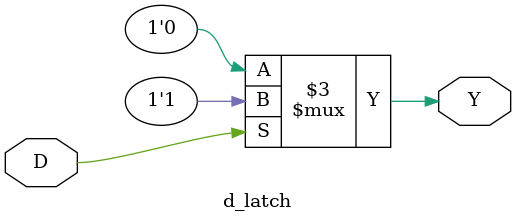
<source format=v>
module d_latch (
    input D,
    output Y
);

always @ (D) begin
    if(D) begin
        Y <= 1;
    end
    else begin
        Y <= 0;
    end
end
    
endmodule
</source>
